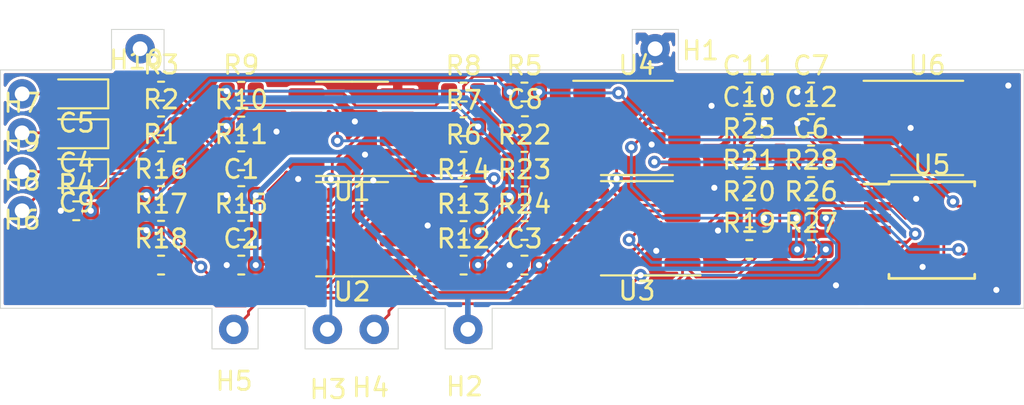
<source format=kicad_pcb>
(kicad_pcb (version 20241229) (generator "pcbnew") (generator_version "9.0")
  (layers (0 "F.Cu" signal) (2 "B.Cu" signal) (13 "F.Paste" user) (15 "B.Paste" user) (5 "F.SilkS" user) (7 "B.SilkS" user) (1 "F.Mask" user) (3 "B.Mask" user) (25 "Edge.Cuts" user))
  (net 0 "")
  (net 1 "GND")
  (net 2 "+5V")
  (net 3 "Net-(C4-Pad2)")
  (net 4 "Net-(C4-Pad1)")
  (net 5 "Net-(C5-Pad2)")
  (net 6 "Net-(C5-Pad1)")
  (net 7 "Net-(C9-Pad2)")
  (net 8 "Net-(C9-Pad1)")
  (net 9 "Net-(C10-Pad1)")
  (net 10 "Net-(H4-Pad1)")
  (net 11 "Net-(H5-Pad1)")
  (net 12 "Net-(H6-Pad1)")
  (net 13 "Net-(R1-Pad2)")
  (net 14 "Net-(R24-Pad2)")
  (net 15 "Net-(R5-Pad2)")
  (net 16 "Net-(R15-Pad1)")
  (net 17 "Net-(R6-Pad1)")
  (net 18 "Net-(R10-Pad1)")
  (net 19 "Net-(R12-Pad2)")
  (net 20 "Net-(R10-Pad2)")
  (net 21 "Net-(R12-Pad1)")
  (net 22 "Net-(R15-Pad2)")
  (net 23 "Net-(R19-Pad1)")
  (net 24 "Net-(R23-Pad2)")
  (net 25 "Net-(R28-Pad2)")
  (net 26 "Net-(U4-Pad7)")
  (net 27 "Net-(U4-Pad3)")
  (net 28 "Net-(U4-Pad5)")
  (net 29 "Net-(U6-Pad8)")
  (net 30 "Net-(U6-Pad5)")
  (net 31 "Net-(U6-Pad1)")
  (net 32 "Net-(H10-Pad1)")
  (net 33 "Net-(C12-Pad2)")
  (net 34 "Net-(R26-Pad2)")
  (net 35 "Net-(R27-Pad2)")
  (net 36 "Net-(R21-Pad1)")
  (net 37 "Net-(R8-Pad1)")
  (net 38 "Net-(R14-Pad1)")
  (net 39 "Net-(R11-Pad1)")
  (net 40 "Net-(R18-Pad1)")
  (net 41 "Net-(C8-Pad2)")
  (net 42 "Net-(C8-Pad1)")
  (footprint "Capacitor_SMD:C_0603_1608Metric" (layer "F.Cu") (at 132.0875 100.523332)
    (property "Reference" "C1")
    (property "Value" "0.1uF")
  )
  (footprint "Capacitor_SMD:C_0603_1608Metric" (layer "F.Cu") (at 132.0875 104.3)
    (property "Reference" "C2")
    (property "Value" "0.1uF")
  )
  (footprint "Capacitor_SMD:C_0603_1608Metric" (layer "F.Cu") (at 147.45 104.3)
    (property "Reference" "C3")
    (property "Value" "0.1uF")
  )
  (footprint "Capacitor_Tantalum_SMD:CP_EIA-2012-12_Kemet-R" (layer "F.Cu") (at 123.16 97.166666 180)
    (property "Reference" "C4")
    (property "Value" "47uF/10V")
  )
  (footprint "Capacitor_Tantalum_SMD:CP_EIA-2012-12_Kemet-R" (layer "F.Cu") (at 123.16 95 180)
    (property "Reference" "C5")
    (property "Value" "47uF/10V")
  )
  (footprint "Capacitor_SMD:C_0603_1608Metric" (layer "F.Cu") (at 163 98.32)
    (property "Reference" "C6")
    (property "Value" "0.1uF")
  )
  (footprint "Capacitor_SMD:C_0603_1608Metric" (layer "F.Cu") (at 163 94.9)
    (property "Reference" "C7")
    (property "Value" "0.1uF")
  )
  (footprint "Capacitor_Tantalum_SMD:CP_EIA-2012-12_Kemet-R" (layer "F.Cu") (at 123.16 99.333332 180)
    (property "Reference" "C9")
    (property "Value" "47uF/10V")
  )
  (footprint "Capacitor_SMD:C_0603_1608Metric" (layer "F.Cu") (at 163 96.61)
    (property "Reference" "C12")
    (property "Value" "0.01uF")
  )
  (footprint "colecoRGB:MountingHole_DIP_Pad" (layer "F.Cu") (at 144.2 110.4)
    (property "Reference" "H2")
    (property "Value" "VCC")
  )
  (footprint "colecoRGB:MountingHole_DIP_Pad" (layer "F.Cu") (at 136.8 110.55)
    (property "Reference" "H3")
    (property "Value" "Y")
  )
  (footprint "colecoRGB:MountingHole_DIP_Pad" (layer "F.Cu") (at 139.1 110.45)
    (property "Reference" "H4")
    (property "Value" "B-Y")
  )
  (footprint "colecoRGB:MountingHole_DIP_Pad" (layer "F.Cu") (at 131.7 110.1)
    (property "Reference" "H5")
    (property "Value" "R-Y")
  )
  (footprint "colecoRGB:MountingHole_DIP_Pad" (layer "F.Cu") (at 120.2 101.35)
    (property "Reference" "H6")
    (property "Value" "S")
  )
  (footprint "colecoRGB:MountingHole_DIP_Pad" (layer "F.Cu") (at 120.2 95)
    (property "Reference" "H7")
    (property "Value" "B")
  )
  (footprint "colecoRGB:MountingHole_DIP_Pad" (layer "F.Cu") (at 120.2 99.233332)
    (property "Reference" "H8")
    (property "Value" "G")
  )
  (footprint "colecoRGB:MountingHole_DIP_Pad" (layer "F.Cu") (at 120.2 97.116666)
    (property "Reference" "H9")
    (property "Value" "R")
  )
  (footprint "Resistor_SMD:R_0603_1608Metric" (layer "F.Cu") (at 127.7375 98.63)
    (property "Reference" "R1")
    (property "Value" "75")
  )
  (footprint "Resistor_SMD:R_0603_1608Metric" (layer "F.Cu") (at 127.7375 96.74)
    (property "Reference" "R2")
    (property "Value" "75")
  )
  (footprint "Resistor_SMD:R_0603_1608Metric" (layer "F.Cu") (at 127.7375 94.85)
    (property "Reference" "R3")
    (property "Value" "75")
  )
  (footprint "Resistor_SMD:R_0603_1608Metric" (layer "F.Cu") (at 123.1375 101.35)
    (property "Reference" "R4")
    (property "Value" "82")
  )
  (footprint "Resistor_SMD:R_0603_1608Metric" (layer "F.Cu") (at 147.45 94.9)
    (property "Reference" "R5")
    (property "Value" "680")
  )
  (footprint "Resistor_SMD:R_0603_1608Metric" (layer "F.Cu") (at 144.15 98.66)
    (property "Reference" "R6")
    (property "Value" "1K")
  )
  (footprint "Resistor_SMD:R_0603_1608Metric" (layer "F.Cu") (at 144.15 96.78)
    (property "Reference" "R7")
    (property "Value" "2K")
  )
  (footprint "Resistor_SMD:R_0603_1608Metric" (layer "F.Cu") (at 144.15 94.9)
    (property "Reference" "R8")
    (property "Value" "1.2K")
  )
  (footprint "Resistor_SMD:R_0603_1608Metric" (layer "F.Cu") (at 132.0875 94.858333)
    (property "Reference" "R9")
    (property "Value" "1K")
  )
  (footprint "Resistor_SMD:R_0603_1608Metric" (layer "F.Cu") (at 132.0875 96.746666)
    (property "Reference" "R10")
    (property "Value" "1K")
  )
  (footprint "Resistor_SMD:R_0603_1608Metric" (layer "F.Cu") (at 132.0875 98.634999)
    (property "Reference" "R11")
    (property "Value" "1.2K")
  )
  (footprint "Resistor_SMD:R_0603_1608Metric" (layer "F.Cu") (at 144.15 104.3)
    (property "Reference" "R12")
    (property "Value" "1K")
  )
  (footprint "Resistor_SMD:R_0603_1608Metric" (layer "F.Cu") (at 144.15 102.42)
    (property "Reference" "R13")
    (property "Value" "2K")
  )
  (footprint "Resistor_SMD:R_0603_1608Metric" (layer "F.Cu") (at 144.15 100.54)
    (property "Reference" "R14")
    (property "Value" "6.2K")
  )
  (footprint "Resistor_SMD:R_0603_1608Metric" (layer "F.Cu") (at 132.0875 102.411665)
    (property "Reference" "R15")
    (property "Value" "1K")
  )
  (footprint "Resistor_SMD:R_0603_1608Metric" (layer "F.Cu") (at 127.7375 100.52)
    (property "Reference" "R16")
    (property "Value" "1K")
  )
  (footprint "Resistor_SMD:R_0603_1608Metric" (layer "F.Cu") (at 127.7375 104.3)
    (property "Reference" "R18")
    (property "Value" "9.1K")
  )
  (footprint "Resistor_SMD:R_0603_1608Metric" (layer "F.Cu") (at 147.45 98.66)
    (property "Reference" "R22")
    (property "Value" "1K")
  )
  (footprint "Resistor_SMD:R_0603_1608Metric" (layer "F.Cu") (at 147.45 100.54)
    (property "Reference" "R23")
    (property "Value" "1K")
  )
  (footprint "Resistor_SMD:R_0603_1608Metric" (layer "F.Cu") (at 147.45 102.42)
    (property "Reference" "R24")
    (property "Value" "1K")
  )
  (footprint "Resistor_SMD:R_0603_1608Metric" (layer "F.Cu") (at 163 101.74)
    (property "Reference" "R26")
    (property "Value" "10K")
  )
  (footprint "Resistor_SMD:R_0603_1608Metric" (layer "F.Cu") (at 163 103.45)
    (property "Reference" "R27")
    (property "Value" "10K")
  )
  (footprint "Resistor_SMD:R_0603_1608Metric" (layer "F.Cu") (at 163 100.03)
    (property "Reference" "R28")
    (property "Value" "1K")
  )
  (footprint "Package_SO:SOIC-8_3.9x4.9mm_P1.27mm" (layer "F.Cu") (at 138.1 96.9 180)
    (property "Reference" "U1")
    (property "Value" "XR8052")
  )
  (footprint "Package_SO:SOIC-8_3.9x4.9mm_P1.27mm" (layer "F.Cu") (at 138.1 102.35 180)
    (property "Reference" "U2")
    (property "Value" "XR8052")
  )
  (footprint "Package_SO:SO-8_3.9x4.9mm_P1.27mm" (layer "F.Cu") (at 153.55 96.85)
    (property "Reference" "U4")
    (property "Value" "LM1881")
  )
  (footprint "Package_SO:TSSOP-14_4.4x5mm_P0.65mm" (layer "F.Cu") (at 169.55 102.4)
    (property "Reference" "U5")
    (property "Value" "4066")
  )
  (footprint "Package_SO:SOIC-8_3.9x4.9mm_P1.27mm" (layer "F.Cu") (at 169.3 96.85)
    (property "Reference" "U6")
    (property "Value" "TL081")
  )
  (footprint "Resistor_SMD:R_0603_1608Metric" (layer "F.Cu") (at 127.7375 102.41)
    (property "Reference" "R17")
    (property "Value" "3.6K")
  )
  (footprint "Package_SO:SOIC-8_3.9x4.9mm_P1.27mm" (layer "F.Cu") (at 153.55 102.3 180)
    (property "Reference" "U3")
    (property "Value" "XR8052")
  )
  (footprint "colecoRGB:MountingHole_DIP_Pad" (layer "F.Cu") (at 126.4 92.65)
    (property "Reference" "H10")
    (property "Value" "ALIGN")
  )
  (footprint "colecoRGB:MountingHole_DIP_Pad" (layer "F.Cu") (at 154.54 92.55)
    (property "Reference" "H1")
    (property "Value" "GND")
  )
  (footprint "Resistor_SMD:R_0603_1608Metric" (layer "F.Cu") (at 159.6375 101.74)
    (property "Reference" "R20")
    (property "Value" "2K")
  )
  (footprint "Resistor_SMD:R_0603_1608Metric" (layer "F.Cu") (at 159.6375 100.03)
    (property "Reference" "R21")
    (property "Value" "1K")
  )
  (footprint "Resistor_SMD:R_0603_1608Metric" (layer "F.Cu") (at 159.65 103.45)
    (property "Reference" "R19")
    (property "Value" "1K")
  )
  (footprint "Resistor_SMD:R_0603_1608Metric" (layer "F.Cu") (at 159.6375 98.32)
    (property "Reference" "R25")
    (property "Value" "680k")
  )
  (footprint "Capacitor_SMD:C_0603_1608Metric" (layer "F.Cu") (at 159.6375 96.61)
    (property "Reference" "C10")
    (property "Value" "0.1uF")
  )
  (footprint "Capacitor_SMD:C_0603_1608Metric" (layer "F.Cu") (at 159.65 94.9)
    (property "Reference" "C11")
    (property "Value" "0.1uF")
  )
  (footprint "Capacitor_SMD:C_0603_1608Metric" (layer "F.Cu") (at 147.475 96.725)
    (property "Reference" "C8")
    (property "Value" "0.1uF")
  )
  (gr_line (start 153.3 93.7) (end 127.9 93.7) (stroke (width 0.05)) (layer "Edge.Cuts"))
  (gr_line (start 174.55 93.7) (end 155.8 93.7) (stroke (width 0.05)) (layer "Edge.Cuts"))
  (gr_line (start 133 108.85) (end 133 106.65) (stroke (width 0.05)) (layer "Edge.Cuts"))
  (gr_line (start 155.8 93.7) (end 155.8 91.5) (stroke (width 0.05)) (layer "Edge.Cuts"))
  (gr_line (start 119.025 93.7) (end 119.025 106.65) (stroke (width 0.05)) (layer "Edge.Cuts"))
  (gr_line (start 140.6 108.85) (end 140.6 106.65) (stroke (width 0.05)) (layer "Edge.Cuts"))
  (gr_line (start 135.55 108.85) (end 140.6 108.85) (stroke (width 0.05)) (layer "Edge.Cuts"))
  (gr_line (start 135.55 106.65) (end 135.55 108.85) (stroke (width 0.05)) (layer "Edge.Cuts"))
  (gr_line (start 127.9 91.5) (end 127.9 93.7) (stroke (width 0.05)) (layer "Edge.Cuts"))
  (gr_line (start 143.15 106.65) (end 143.15 108.85) (stroke (width 0.05)) (layer "Edge.Cuts"))
  (gr_line (start 145.7 106.65) (end 174.55 106.65) (stroke (width 0.05)) (layer "Edge.Cuts"))
  (gr_line (start 140.6 106.65) (end 143.15 106.65) (stroke (width 0.05)) (layer "Edge.Cuts"))
  (gr_line (start 125.05 91.5) (end 127.9 91.5) (stroke (width 0.05)) (layer "Edge.Cuts"))
  (gr_line (start 125.05 93.7) (end 119.025 93.7) (stroke (width 0.05)) (layer "Edge.Cuts"))
  (gr_line (start 130.5 108.85) (end 133 108.85) (stroke (width 0.05)) (layer "Edge.Cuts"))
  (gr_line (start 125.05 91.5) (end 125.05 93.7) (stroke (width 0.05)) (layer "Edge.Cuts"))
  (gr_line (start 133 106.65) (end 135.55 106.65) (stroke (width 0.05)) (layer "Edge.Cuts"))
  (gr_line (start 174.55 106.65) (end 174.55 93.7) (stroke (width 0.05)) (layer "Edge.Cuts"))
  (gr_line (start 119.025 106.65) (end 130.5 106.65) (stroke (width 0.05)) (layer "Edge.Cuts"))
  (gr_line (start 145.7 108.85) (end 145.7 106.65) (stroke (width 0.05)) (layer "Edge.Cuts"))
  (gr_line (start 153.3 91.5) (end 153.3 93.7) (stroke (width 0.05)) (layer "Edge.Cuts"))
  (gr_line (start 130.5 106.65) (end 130.5 108.85) (stroke (width 0.05)) (layer "Edge.Cuts"))
  (gr_line (start 155.8 91.5) (end 153.3 91.5) (stroke (width 0.05)) (layer "Edge.Cuts"))
  (gr_line (start 143.15 108.85) (end 145.7 108.85) (stroke (width 0.05)) (layer "Edge.Cuts"))
  (via (at 154.6 103.525) (size 0.6858) (drill 0.3302) (layers "F.Cu" "B.Cu") (net 1))
  (via (at 131.3 100.5) (size 0.6858) (drill 0.3302) (layers "F.Cu" "B.Cu") (net 1))
  (via (at 162.25 96.6) (size 0.6858) (drill 0.3302) (layers "F.Cu" "B.Cu") (net 1))
  (via (at 135.175 99.625) (size 0.6858) (drill 0.3302) (layers "F.Cu" "B.Cu") (net 1))
  (via (at 168.7 100.7) (size 0.6858) (drill 0.3302) (layers "F.Cu" "B.Cu") (net 1))
  (via (at 160.5 94.9) (size 0.6858) (drill 0.3302) (layers "F.Cu" "B.Cu") (net 1))
  (via (at 157.95 102.425) (size 0.6858) (drill 0.3302) (layers "F.Cu" "B.Cu") (net 1))
  (via (at 138.25 96.5) (size 0.6858) (drill 0.3302) (layers "F.Cu" "B.Cu") (net 1))
  (via (at 142.2 102.15) (size 0.6858) (drill 0.3302) (layers "F.Cu" "B.Cu") (net 1))
  (via (at 164.35 105.4) (size 0.6858) (drill 0.3302) (layers "F.Cu" "B.Cu") (net 1))
  (via (at 157.6 95.65) (size 0.6858) (drill 0.3302) (layers "F.Cu" "B.Cu") (net 1))
  (via (at 160.45 96.6) (size 0.6858) (drill 0.3302) (layers "F.Cu" "B.Cu") (net 1))
  (via (at 138.8 98.3) (size 0.6858) (drill 0.3302) (layers "F.Cu" "B.Cu") (net 1))
  (via (at 157.75 100.1) (size 0.6858) (drill 0.3302) (layers "F.Cu" "B.Cu") (net 1))
  (via (at 139.25 99.7) (size 0.6858) (drill 0.3302) (layers "F.Cu" "B.Cu") (net 1))
  (via (at 134 97.05) (size 0.6858) (drill 0.3302) (layers "F.Cu" "B.Cu") (net 1))
  (via (at 131.3 104.3) (size 0.6858) (drill 0.3302) (layers "F.Cu" "B.Cu") (net 1))
  (via (at 173.05 105.65) (size 0.6858) (drill 0.3302) (layers "F.Cu" "B.Cu") (net 1))
  (via (at 169.05 104.4) (size 0.6858) (drill 0.3302) (layers "F.Cu" "B.Cu") (net 1))
  (via (at 122.3 101.35) (size 0.6858) (drill 0.3302) (layers "F.Cu" "B.Cu") (net 1))
  (via (at 168.4 96.85) (size 0.6858) (drill 0.3302) (layers "F.Cu" "B.Cu") (net 1))
  (via (at 154.35 97.75) (size 0.6858) (drill 0.3302) (layers "F.Cu" "B.Cu") (net 1))
  (via (at 146.65 104.3) (size 0.6858) (drill 0.3302) (layers "F.Cu" "B.Cu") (net 1))
  (via (at 173.7 94.55) (size 0.6858) (drill 0.3302) (layers "F.Cu" "B.Cu") (net 1))
  (via (at 162.25 94.9) (size 0.6858) (drill 0.3302) (layers "F.Cu" "B.Cu") (net 1))
  (segment (start 132.875 100.523332) (end 134.199166 99.199166) (width 0.1524) (layer "F.Cu") (net 2))
  (segment (start 148.2375 104.3) (end 150.98 104.3) (width 0.1524) (layer "F.Cu") (net 2))
  (segment (start 156.125 94.945) (end 158.8175 94.945) (width 0.1524) (layer "F.Cu") (net 2))
  (segment (start 159.95 97.475) (end 162.9425 97.475) (width 0.1524) (layer "F.Cu") (net 2))
  (segment (start 157.65 99.2) (end 157.25 99.6) (width 0.1524) (layer "F.Cu") (net 2))
  (segment (start 162.9425 97.475) (end 163.7875 98.32) (width 0.1524) (layer "F.Cu") (net 2))
  (segment (start 164.5425 99.65) (end 170.345822 99.65) (width 0.1524) (layer "F.Cu") (net 2))
  (segment (start 155.15 94.945) (end 152.45 97.645) (width 0.1524) (layer "F.Cu") (net 2))
  (segment (start 159.6 97.825) (end 159.95 97.475) (width 0.1524) (layer "F.Cu") (net 2))
  (segment (start 163.7875 98.895) (end 164.5425 99.65) (width 0.1524) (layer "F.Cu") (net 2))
  (segment (start 165.55 95.6) (end 164.85 94.9) (width 0.1524) (layer "F.Cu") (net 2))
  (segment (start 156.125 94.945) (end 155.15 94.945) (width 0.1524) (layer "F.Cu") (net 2))
  (segment (start 171.145822 100.45) (end 172.5 100.45) (width 0.1524) (layer "F.Cu") (net 2))
  (segment (start 152.45 97.645) (end 152.45 99.6) (width 0.1524) (layer "F.Cu") (net 2))
  (segment (start 171.16 95.6) (end 165.55 95.6) (width 0.1524) (layer "F.Cu") (net 2))
  (segment (start 163.7875 98.32) (end 163.7875 98.895) (width 0.1524) (layer "F.Cu") (net 2))
  (segment (start 159.275 99.2) (end 157.65 99.2) (width 0.1524) (layer "F.Cu") (net 2))
  (segment (start 171.775 96.215) (end 171.16 95.6) (width 0.1524) (layer "F.Cu") (net 2))
  (segment (start 134.199166 99.155834) (end 134.199166 99.199166) (width 0.1524) (layer "F.Cu") (net 2))
  (segment (start 170.345822 99.65) (end 171.145822 100.45) (width 0.1524) (layer "F.Cu") (net 2))
  (segment (start 158.8175 94.945) (end 158.8625 94.9) (width 0.1524) (layer "F.Cu") (net 2))
  (segment (start 159.56611 94.19639) (end 163.08389 94.19639) (width 0.1524) (layer "F.Cu") (net 2))
  (segment (start 135.625 104.255) (end 132.92 104.255) (width 0.1524) (layer "F.Cu") (net 2))
  (segment (start 163.7875 98.32) (end 162.2125 99.895) (width 0.1524) (layer "F.Cu") (net 2))
  (segment (start 135.625 98.805) (end 134.55 98.805) (width 0.1524) (layer "F.Cu") (net 2))
  (segment (start 163.08389 94.19639) (end 163.7875 94.9) (width 0.1524) (layer "F.Cu") (net 2))
  (segment (start 157.25 99.6) (end 152.45 99.6) (width 0.1524) (layer "F.Cu") (net 2))
  (segment (start 150.98 104.3) (end 151.075 104.205) (width 0.1524) (layer "F.Cu") (net 2))
  (segment (start 132.92 104.255) (end 132.875 104.3) (width 0.1524) (layer "F.Cu") (net 2))
  (segment (start 158.8625 94.9) (end 159.56611 94.19639) (width 0.1524) (layer "F.Cu") (net 2))
  (segment (start 134.55 98.805) (end 134.199166 99.155834) (width 0.1524) (layer "F.Cu") (net 2))
  (segment (start 159.275 99.2) (end 159.6 98.875) (width 0.1524) (layer "F.Cu") (net 2))
  (segment (start 164.85 94.9) (end 163.7875 94.9) (width 0.1524) (layer "F.Cu") (net 2))
  (segment (start 162.2125 99.895) (end 162.2125 100.03) (width 0.1524) (layer "F.Cu") (net 2))
  (segment (start 159.6 98.875) (end 159.6 97.825) (width 0.1524) (layer "F.Cu") (net 2))
  (via (at 132.875 100.523332) (size 0.6858) (drill 0.3302) (layers "F.Cu" "B.Cu") (net 2))
  (via (at 152.45 99.6) (size 0.6858) (drill 0.3302) (layers "F.Cu" "B.Cu") (net 2))
  (via (at 132.875 104.3) (size 0.6858) (drill 0.3302) (layers "F.Cu" "B.Cu") (net 2))
  (via (at 148.2375 104.3) (size 0.6858) (drill 0.3302) (layers "F.Cu" "B.Cu") (net 2))
  (segment (start 144.35 106) (end 146.5375 106) (width 0.3048) (layer "B.Cu") (net 2))
  (segment (start 137.8 98.6) (end 134.798332 98.6) (width 0.3048) (layer "B.Cu") (net 2))
  (segment (start 132.875 100.523332) (end 132.875 104.3) (width 0.3048) (layer "B.Cu") (net 2))
  (segment (start 142.8 106) (end 138.4 101.6) (width 0.3048) (layer "B.Cu") (net 2))
  (segment (start 144.38 106.03) (end 144.35 106) (width 0.3048) (layer "B.Cu") (net 2))
  (segment (start 148.2375 104.3) (end 152.45 100.0875) (width 0.3048) (layer "B.Cu") (net 2))
  (segment (start 152.45 100.0875) (end 152.45 99.6) (width 0.3048) (layer "B.Cu") (net 2))
  (segment (start 144.35 106) (end 142.8 106) (width 0.3048) (layer "B.Cu") (net 2))
  (segment (start 138.4 101.6) (end 138.4 99.2) (width 0.3048) (layer "B.Cu") (net 2))
  (segment (start 138.4 99.2) (end 137.8 98.6) (width 0.3048) (layer "B.Cu") (net 2))
  (segment (start 144.38 107.79) (end 144.38 106.03) (width 0.3048) (layer "B.Cu") (net 2))
  (segment (start 134.798332 98.6) (end 132.875 100.523332) (width 0.3048) (layer "B.Cu") (net 2))
  (segment (start 146.5375 106) (end 148.2375 104.3) (width 0.3048) (layer "B.Cu") (net 2))
  (segment (start 122.2225 97.116666) (end 122.2725 97.166666) (width 0.1524) (layer "F.Cu") (net 3))
  (segment (start 120.2 97.116666) (end 122.2225 97.116666) (width 0.1524) (layer "F.Cu") (net 3))
  (segment (start 126.523334 97.166666) (end 126.95 96.74) (width 0.1524) (layer "F.Cu") (net 4))
  (segment (start 124.0475 97.166666) (end 126.523334 97.166666) (width 0.1524) (layer "F.Cu") (net 4))
  (segment (start 120.2 95) (end 122.2725 95) (width 0.1524) (layer "F.Cu") (net 5))
  (segment (start 124.0475 95) (end 126.8 95) (width 0.1524) (layer "F.Cu") (net 6))
  (segment (start 126.8 95) (end 126.95 94.85) (width 0.1524) (layer "F.Cu") (net 6))
  (segment (start 122.1725 99.233332) (end 122.2725 99.333332) (width 0.1524) (layer "F.Cu") (net 7))
  (segment (start 120.2 99.233332) (end 122.1725 99.233332) (width 0.1524) (layer "F.Cu") (net 7))
  (segment (start 124.0475 99.333332) (end 126.246668 99.333332) (width 0.1524) (layer "F.Cu") (net 8))
  (segment (start 126.246668 99.333332) (end 126.95 98.63) (width 0.1524) (layer "F.Cu") (net 8))
  (segment (start 156.125 97.485) (end 157.975 97.485) (width 0.1524) (layer "F.Cu") (net 9))
  (segment (start 158.85 96.61) (end 158.85 98.32) (width 0.1524) (layer "F.Cu") (net 9))
  (segment (start 157.975 97.485) (end 158.85 96.61) (width 0.1524) (layer "F.Cu") (net 9))
  (segment (start 165.50361 106.39639) (end 140.494952 106.39639) (width 0.1524) (layer "F.Cu") (net 10))
  (segment (start 170.8 102.4) (end 172.5 102.4) (width 0.1524) (layer "F.Cu") (net 10))
  (segment (start 170.2 103.95) (end 170.2 103) (width 0.1524) (layer "F.Cu") (net 10))
  (segment (start 172.0774 105.15) (end 166.75 105.15) (width 0.1524) (layer "F.Cu") (net 10))
  (segment (start 166.75 105.15) (end 165.50361 106.39639) (width 0.1524) (layer "F.Cu") (net 10))
  (segment (start 170.2 103) (end 170.8 102.4) (width 0.1524) (layer "F.Cu") (net 10))
  (segment (start 140.494952 106.39639) (end 140.099999 106.791343) (width 0.1524) (layer "F.Cu") (net 10))
  (segment (start 172.5 104.35) (end 170.6 104.35) (width 0.1524) (layer "F.Cu") (net 10))
  (segment (start 140.099999 106.990001) (end 139.3 107.79) (width 0.1524) (layer "F.Cu") (net 10))
  (segment (start 172.5 104.7274) (end 172.0774 105.15) (width 0.1524) (layer "F.Cu") (net 10))
  (segment (start 172.5 104.35) (end 172.5 104.7274) (width 0.1524) (layer "F.Cu") (net 10))
  (segment (start 170.6 104.35) (end 170.2 103.95) (width 0.1524) (layer "F.Cu") (net 10))
  (segment (start 140.099999 106.791343) (end 140.099999 106.990001) (width 0.1524) (layer "F.Cu") (net 10))
  (segment (start 133.199762 106.09158) (end 132.479999 106.811343) (width 0.1524) (layer "F.Cu") (net 11))
  (segment (start 164.75842 106.09158) (end 133.199762 106.09158) (width 0.1524) (layer "F.Cu") (net 11))
  (segment (start 132.479999 106.811343) (end 132.479999 106.990001) (width 0.1524) (layer "F.Cu") (net 11))
  (segment (start 166.6 102.4) (end 165.7226 102.4) (width 0.1524) (layer "F.Cu") (net 11))
  (segment (start 132.479999 106.990001) (end 131.68 107.79) (width 0.1524) (layer "F.Cu") (net 11))
  (segment (start 165.35 105.5) (end 164.75842 106.09158) (width 0.1524) (layer "F.Cu") (net 11))
  (segment (start 165.35 102.7726) (end 165.35 105.5) (width 0.1524) (layer "F.Cu") (net 11))
  (segment (start 165.7226 102.4) (end 165.35 102.7726) (width 0.1524) (layer "F.Cu") (net 11))
  (segment (start 120.999999 100.550001) (end 123.125001 100.550001) (width 0.1524) (layer "F.Cu") (net 12))
  (segment (start 120.2 101.35) (end 120.999999 100.550001) (width 0.1524) (layer "F.Cu") (net 12))
  (segment (start 123.125001 100.550001) (end 123.925 101.35) (width 0.1524) (layer "F.Cu") (net 12))
  (via (at 146.65 94.9) (size 0.6858) (drill 0.3302) (layers "F.Cu" "B.Cu") (net 12))
  (via (at 123.925 101.35) (size 0.6858) (drill 0.3302) (layers "F.Cu" "B.Cu") (net 12))
  (segment (start 123.925 101.35) (end 123.925 100.775) (width 0.1524) (layer "B.Cu") (net 12))
  (segment (start 146.028499 94.278499) (end 146.65 94.9) (width 0.1524) (layer "B.Cu") (net 12))
  (segment (start 130.421501 94.278499) (end 146.028499 94.278499) (width 0.1524) (layer "B.Cu") (net 12))
  (segment (start 123.925 100.775) (end 130.421501 94.278499) (width 0.1524) (layer "B.Cu") (net 12))
  (segment (start 126.95 102.41) (end 127.7 101.66) (width 0.1524) (layer "F.Cu") (net 13))
  (segment (start 137.5 103.6) (end 137.5 104.75) (width 0.1524) (layer "F.Cu") (net 13))
  (segment (start 137.5 104.75) (end 136.76804 105.48196) (width 0.1524) (layer "F.Cu") (net 13))
  (segment (start 127.7 99.455) (end 128.525 98.63) (width 0.1524) (layer "F.Cu") (net 13))
  (segment (start 127.7 101.66) (end 127.7 99.455) (width 0.1524) (layer "F.Cu") (net 13))
  (segment (start 130.98196 105.48196) (end 136.76804 105.48196) (width 0.1524) (layer "F.Cu") (net 13))
  (segment (start 129.9 104.4) (end 130.98196 105.48196) (width 0.1524) (layer "F.Cu") (net 13))
  (segment (start 136.885 102.985) (end 137.5 103.6) (width 0.1524) (layer "F.Cu") (net 13))
  (segment (start 135.625 102.985) (end 136.885 102.985) (width 0.1524) (layer "F.Cu") (net 13))
  (via (at 126.95 102.41) (size 0.6858) (drill 0.3302) (layers "F.Cu" "B.Cu") (net 13))
  (via (at 129.9 104.4) (size 0.6858) (drill 0.3302) (layers "F.Cu" "B.Cu") (net 13))
  (segment (start 127.91 102.41) (end 126.95 102.41) (width 0.1524) (layer "B.Cu") (net 13))
  (segment (start 129.9 104.4) (end 127.91 102.41) (width 0.1524) (layer "B.Cu") (net 13))
  (segment (start 146.15 103.3) (end 145.8 102.95) (width 0.1524) (layer "F.Cu") (net 14))
  (segment (start 147.3575 103.3) (end 146.15 103.3) (width 0.1524) (layer "F.Cu") (net 14))
  (segment (start 129.325 95.65) (end 137 95.65) (width 0.1524) (layer "F.Cu") (net 14))
  (segment (start 148.7525 102.935) (end 148.2375 102.42) (width 0.1524) (layer "F.Cu") (net 14))
  (segment (start 145.8 102.95) (end 145.8 99.6) (width 0.1524) (layer "F.Cu") (net 14))
  (segment (start 148.2375 102.42) (end 147.3575 103.3) (width 0.1524) (layer "F.Cu") (net 14))
  (segment (start 128.525 94.85) (end 129.325 95.65) (width 0.1524) (layer "F.Cu") (net 14))
  (segment (start 137 95.65) (end 137.3 95.95) (width 0.1524) (layer "F.Cu") (net 14))
  (segment (start 137.3 95.95) (end 137.3 97.55) (width 0.1524) (layer "F.Cu") (net 14))
  (segment (start 151.075 102.935) (end 148.7525 102.935) (width 0.1524) (layer "F.Cu") (net 14))
  (via (at 145.8 99.6) (size 0.6858) (drill 0.3302) (layers "F.Cu" "B.Cu") (net 14))
  (via (at 137.3 97.55) (size 0.6858) (drill 0.3302) (layers "F.Cu" "B.Cu") (net 14))
  (segment (start 141.8 99.6) (end 145.8 99.6) (width 0.1524) (layer "B.Cu") (net 14))
  (segment (start 137.3 97.55) (end 139.75 97.55) (width 0.1524) (layer "B.Cu") (net 14))
  (segment (start 139.75 97.55) (end 141.8 99.6) (width 0.1524) (layer "B.Cu") (net 14))
  (segment (start 170.95 101.1) (end 170.7 100.85) (width 0.1524) (layer "F.Cu") (net 15))
  (segment (start 172.5 101.1) (end 170.95 101.1) (width 0.1524) (layer "F.Cu") (net 15))
  (segment (start 152.545 94.945) (end 152.55 94.95) (width 0.1524) (layer "F.Cu") (net 15))
  (segment (start 150.975 94.945) (end 152.545 94.945) (width 0.1524) (layer "F.Cu") (net 15))
  (via (at 148.25 94.9) (size 0.6858) (drill 0.3302) (layers "F.Cu" "B.Cu") (net 15))
  (via (at 152.55 94.95) (size 0.6858) (drill 0.3302) (layers "F.Cu" "B.Cu") (net 15))
  (via (at 170.7 100.85) (size 0.6858) (drill 0.3302) (layers "F.Cu" "B.Cu") (net 15))
  (segment (start 170.7 100.85) (end 167.35 97.5) (width 0.1524) (layer "B.Cu") (net 15))
  (segment (start 148.3 94.95) (end 148.25 94.9) (width 0.1524) (layer "B.Cu") (net 15))
  (segment (start 155.1 97.5) (end 152.55 94.95) (width 0.1524) (layer "B.Cu") (net 15))
  (segment (start 152.55 94.95) (end 148.3 94.95) (width 0.1524) (layer "B.Cu") (net 15))
  (segment (start 167.35 97.5) (end 155.1 97.5) (width 0.1524) (layer "B.Cu") (net 15))
  (segment (start 130.416665 102.411665) (end 131.3 102.411665) (width 0.1524) (layer "F.Cu") (net 16))
  (segment (start 131.3 102.411665) (end 132.211665 101.5) (width 0.1524) (layer "F.Cu") (net 16))
  (segment (start 132.211665 101.5) (end 133.2 101.5) (width 0.1524) (layer "F.Cu") (net 16))
  (segment (start 133.2 101.5) (end 134.255 100.445) (width 0.1524) (layer "F.Cu") (net 16))
  (segment (start 128.525 100.52) (end 130.416665 102.411665) (width 0.1524) (layer "F.Cu") (net 16))
  (segment (start 134.255 100.445) (end 135.625 100.445) (width 0.1524) (layer "F.Cu") (net 16))
  (segment (start 142.2375 97.535) (end 143.3625 98.66) (width 0.1524) (layer "F.Cu") (net 17))
  (segment (start 140.575 97.535) (end 142.2375 97.535) (width 0.1524) (layer "F.Cu") (net 17))
  (segment (start 143.3625 98.66) (end 143.3625 96.78) (width 0.1524) (layer "F.Cu") (net 17))
  (segment (start 145.8 104.725) (end 146.25 105.175) (width 0.1524) (layer "F.Cu") (net 18))
  (segment (start 152.125 105.175) (end 155 102.3) (width 0.1524) (layer "F.Cu") (net 18))
  (segment (start 166.825 96.215) (end 165.265 96.215) (width 0.1524) (layer "F.Cu") (net 18))
  (segment (start 158.582336 100.9) (end 159.6 100.9) (width 0.1524) (layer "F.Cu") (net 18))
  (segment (start 145.8 103.8575) (end 145.8 104.725) (width 0.1524) (layer "F.Cu") (net 18))
  (segment (start 159.6 100.9) (end 160.45 101.75) (width 0.1524) (layer "F.Cu") (net 18))
  (segment (start 165.265 96.215) (end 164.9 95.85) (width 0.1524) (layer "F.Cu") (net 18))
  (segment (start 155 102.3) (end 157.182336 102.3) (width 0.1524) (layer "F.Cu") (net 18))
  (segment (start 164.9 95.85) (end 158.35 95.85) (width 0.1524) (layer "F.Cu") (net 18))
  (segment (start 170.235 97.485) (end 168.965 96.215) (width 0.1524) (layer "F.Cu") (net 18))
  (segment (start 168.965 96.215) (end 166.825 96.215) (width 0.1524) (layer "F.Cu") (net 18))
  (segment (start 144.9375 102.995) (end 145.8 103.8575) (width 0.1524) (layer "F.Cu") (net 18))
  (segment (start 154.3 96.85) (end 153.25 97.9) (width 0.1524) (layer "F.Cu") (net 18))
  (segment (start 158.35 95.85) (end 157.35 96.85) (width 0.1524) (layer "F.Cu") (net 18))
  (segment (start 171.775 97.485) (end 170.235 97.485) (width 0.1524) (layer "F.Cu") (net 18))
  (segment (start 146.25 105.175) (end 152.125 105.175) (width 0.1524) (layer "F.Cu") (net 18))
  (segment (start 157.182336 102.3) (end 158.582336 100.9) (width 0.1524) (layer "F.Cu") (net 18))
  (segment (start 157.35 96.85) (end 154.3 96.85) (width 0.1524) (layer "F.Cu") (net 18))
  (segment (start 144.9375 102.42) (end 144.9375 102.995) (width 0.1524) (layer "F.Cu") (net 18))
  (via (at 162.2 101.75) (size 0.6858) (drill 0.3302) (layers "F.Cu" "B.Cu") (net 18))
  (via (at 144.9375 96.78) (size 0.6858) (drill 0.3302) (layers "F.Cu" "B.Cu") (net 18))
  (via (at 131.3 96.75) (size 0.6858) (drill 0.3302) (layers "F.Cu" "B.Cu") (net 18))
  (via (at 162.25 103.45) (size 0.6858) (drill 0.3302) (layers "F.Cu" "B.Cu") (net 18))
  (via (at 126.95 100.5) (size 0.6858) (drill 0.3302) (layers "F.Cu" "B.Cu") (net 18))
  (via (at 144.95 102.45) (size 0.6858) (drill 0.3302) (layers "F.Cu" "B.Cu") (net 18))
  (via (at 160.45 101.75) (size 0.6858) (drill 0.3302) (layers "F.Cu" "B.Cu") (net 18))
  (via (at 146.65 100.55) (size 0.6858) (drill 0.3302) (layers "F.Cu" "B.Cu") (net 18))
  (via (at 153.25 97.9) (size 0.6858) (drill 0.3302) (layers "F.Cu" "B.Cu") (net 18))
  (segment (start 153.25 100.05) (end 154.95 101.75) (width 0.1524) (layer "B.Cu") (net 18))
  (segment (start 144.9375 96.78) (end 143.9075 95.75) (width 0.1524) (layer "B.Cu") (net 18))
  (segment (start 162.2 101.75) (end 162.2 103.4) (width 0.1524) (layer "B.Cu") (net 18))
  (segment (start 143.9075 95.75) (end 132.3 95.75) (width 0.1524) (layer "B.Cu") (net 18))
  (segment (start 146.65 98.4925) (end 144.9375 96.78) (width 0.1524) (layer "B.Cu") (net 18))
  (segment (start 126.95 100.5) (end 127.55 100.5) (width 0.1524) (layer "B.Cu") (net 18))
  (segment (start 127.55 100.5) (end 132.3 95.75) (width 0.1524) (layer "B.Cu") (net 18))
  (segment (start 146.65 100.75) (end 146.65 98.4925) (width 0.1524) (layer "B.Cu") (net 18))
  (segment (start 153.25 97.9) (end 153.25 100.05) (width 0.1524) (layer "B.Cu") (net 18))
  (segment (start 162.2 103.4) (end 162.25 103.45) (width 0.1524) (layer "B.Cu") (net 18))
  (segment (start 144.95 102.45) (end 146.65 100.75) (width 0.1524) (layer "B.Cu") (net 18))
  (segment (start 154.95 101.75) (end 162.2 101.75) (width 0.1524) (layer "B.Cu") (net 18))
  (segment (start 144.9375 104.3) (end 144.15 103.5125) (width 0.1524) (layer "F.Cu") (net 19))
  (segment (start 141.47 105.15) (end 144.0875 105.15) (width 0.1524) (layer "F.Cu") (net 19))
  (segment (start 144.15 103.5125) (end 144.15 101.3275) (width 0.1524) (layer "F.Cu") (net 19))
  (segment (start 144.15 101.3275) (end 144.9375 100.54) (width 0.1524) (layer "F.Cu") (net 19))
  (segment (start 140.575 104.255) (end 141.47 105.15) (width 0.1524) (layer "F.Cu") (net 19))
  (segment (start 144.0875 105.15) (end 144.9375 104.3) (width 0.1524) (layer "F.Cu") (net 19))
  (via (at 144.9375 104.3) (size 0.6858) (drill 0.3302) (layers "F.Cu" "B.Cu") (net 19))
  (via (at 131.3 94.85) (size 0.6858) (drill 0.3302) (layers "F.Cu" "B.Cu") (net 19))
  (segment (start 147.5 101.7375) (end 144.9375 104.3) (width 0.1524) (layer "B.Cu") (net 19))
  (segment (start 144.45 94.85) (end 147.5 97.9) (width 0.1524) (layer "B.Cu") (net 19))
  (segment (start 147.5 97.9) (end 147.5 101.7375) (width 0.1524) (layer "B.Cu") (net 19))
  (segment (start 131.3 94.85) (end 144.45 94.85) (width 0.1524) (layer "B.Cu") (net 19))
  (segment (start 132.875 96.746666) (end 133.356666 96.265) (width 0.1524) (layer "F.Cu") (net 20))
  (segment (start 133.356666 96.265) (end 135.625 96.265) (width 0.1524) (layer "F.Cu") (net 20))
  (segment (start 132.875 98.634999) (end 132.875 96.746666) (width 0.1524) (layer "F.Cu") (net 20))
  (segment (start 142.0475 102.985) (end 140.575 102.985) (width 0.1524) (layer "F.Cu") (net 21))
  (segment (start 143.3625 102.42) (end 143.3625 104.3) (width 0.1524) (layer "F.Cu") (net 21))
  (segment (start 143.3625 104.3) (end 142.0475 102.985) (width 0.1524) (layer "F.Cu") (net 21))
  (segment (start 143.9975 99.6) (end 142.65 99.6) (width 0.1524) (layer "F.Cu") (net 22))
  (segment (start 140.575 98.805) (end 139.245 98.805) (width 0.1524) (layer "F.Cu") (net 22))
  (segment (start 134.186665 101.1) (end 132.875 102.411665) (width 0.1524) (layer "F.Cu") (net 22))
  (segment (start 142.65 99.6) (end 141.855 98.805) (width 0.1524) (layer "F.Cu") (net 22))
  (segment (start 139.245 98.805) (end 136.95 101.1) (width 0.1524) (layer "F.Cu") (net 22))
  (segment (start 144.9375 98.66) (end 143.9975 99.6) (width 0.1524) (layer "F.Cu") (net 22))
  (segment (start 144.15 97.8725) (end 144.9375 98.66) (width 0.1524) (layer "F.Cu") (net 22))
  (segment (start 141.855 98.805) (end 140.575 98.805) (width 0.1524) (layer "F.Cu") (net 22))
  (segment (start 144.9375 95.475) (end 144.15 96.2625) (width 0.1524) (layer "F.Cu") (net 22))
  (segment (start 144.15 96.2625) (end 144.15 97.8725) (width 0.1524) (layer "F.Cu") (net 22))
  (segment (start 144.9375 94.9) (end 144.9375 95.475) (width 0.1524) (layer "F.Cu") (net 22))
  (segment (start 144.9375 98.66) (end 146.6625 98.66) (width 0.1524) (layer "F.Cu") (net 22))
  (segment (start 136.95 101.1) (end 134.186665 101.1) (width 0.1524) (layer "F.Cu") (net 22))
  (segment (start 158.15 103.45) (end 158.8625 103.45) (width 0.1524) (layer "F.Cu") (net 23))
  (segment (start 158.8625 101.7525) (end 158.85 101.74) (width 0.1524) (layer "F.Cu") (net 23))
  (segment (start 157.635 102.935) (end 158.15 103.45) (width 0.1524) (layer "F.Cu") (net 23))
  (segment (start 156.025 102.935) (end 157.635 102.935) (width 0.1524) (layer "F.Cu") (net 23))
  (segment (start 158.8625 103.45) (end 158.8625 101.7525) (width 0.1524) (layer "F.Cu") (net 23))
  (segment (start 149.3625 101.665) (end 151.075 101.665) (width 0.1524) (layer "F.Cu") (net 24))
  (segment (start 148.2375 100.54) (end 149.3625 101.665) (width 0.1524) (layer "F.Cu") (net 24))
  (segment (start 148.2375 100.845) (end 148.2375 100.54) (width 0.1524) (layer "F.Cu") (net 24))
  (segment (start 146.6625 102.42) (end 148.2375 100.845) (width 0.1524) (layer "F.Cu") (net 24))
  (segment (start 166.6 101.1) (end 167.4774 101.1) (width 0.1524) (layer "F.Cu") (net 25))
  (segment (start 168.1274 101.75) (end 172.5 101.75) (width 0.1524) (layer "F.Cu") (net 25))
  (segment (start 167.4774 101.1) (end 168.1274 101.75) (width 0.1524) (layer "F.Cu") (net 25))
  (segment (start 164.8575 101.1) (end 166.6 101.1) (width 0.1524) (layer "F.Cu") (net 25))
  (segment (start 163.7875 100.03) (end 164.8575 101.1) (width 0.1524) (layer "F.Cu") (net 25))
  (segment (start 166.6 103.05) (end 168.2 103.05) (width 0.1524) (layer "F.Cu") (net 28))
  (segment (start 154.555 98.755) (end 154.5 98.7) (width 0.1524) (layer "F.Cu") (net 28))
  (segment (start 168.2 103.05) (end 168.65 102.6) (width 0.1524) (layer "F.Cu") (net 28))
  (segment (start 156.125 98.755) (end 154.555 98.755) (width 0.1524) (layer "F.Cu") (net 28))
  (segment (start 166.6 103.7) (end 167.55 103.7) (width 0.1524) (layer "F.Cu") (net 28))
  (segment (start 167.55 103.7) (end 168.65 102.6) (width 0.1524) (layer "F.Cu") (net 28))
  (via (at 168.65 102.6) (size 0.6858) (drill 0.3302) (layers "F.Cu" "B.Cu") (net 28))
  (via (at 154.5 98.7) (size 0.6858) (drill 0.3302) (layers "F.Cu" "B.Cu") (net 28))
  (segment (start 164.75 98.7) (end 154.5 98.7) (width 0.1524) (layer "B.Cu") (net 28))
  (segment (start 168.65 102.6) (end 164.75 98.7) (width 0.1524) (layer "B.Cu") (net 28))
  (segment (start 163.7875 96.61) (end 164.6625 97.485) (width 0.1524) (layer "F.Cu") (net 33))
  (segment (start 173.55 102.8774) (end 173.55 98.8) (width 0.1524) (layer "F.Cu") (net 33))
  (segment (start 164.6625 97.485) (end 166.825 97.485) (width 0.1524) (layer "F.Cu") (net 33))
  (segment (start 173.55 98.8) (end 172.9 98.15) (width 0.1524) (layer "F.Cu") (net 33))
  (segment (start 173.3774 103.05) (end 173.55 102.8774) (width 0.1524) (layer "F.Cu") (net 33))
  (segment (start 168.435 97.485) (end 166.825 97.485) (width 0.1524) (layer "F.Cu") (net 33))
  (segment (start 169.1 98.15) (end 168.435 97.485) (width 0.1524) (layer "F.Cu") (net 33))
  (segment (start 172.5 103.05) (end 173.3774 103.05) (width 0.1524) (layer "F.Cu") (net 33))
  (segment (start 172.9 98.15) (end 169.1 98.15) (width 0.1524) (layer "F.Cu") (net 33))
  (segment (start 153.11804 105.48196) (end 153.75 104.85) (width 0.1524) (layer "F.Cu") (net 34))
  (segment (start 166.59 101.74) (end 166.6 101.75) (width 0.1524) (layer "F.Cu") (net 34))
  (segment (start 163.7875 101.74) (end 166.59 101.74) (width 0.1524) (layer "F.Cu") (net 34))
  (segment (start 139.33196 105.48196) (end 151.61804 105.48196) (width 0.1524) (layer "F.Cu") (net 34))
  (segment (start 140.575 101.715) (end 139.085 101.715) (width 0.1524) (layer "F.Cu") (net 34))
  (segment (start 139.085 101.715) (end 138.35 102.45) (width 0.1524) (layer "F.Cu") (net 34))
  (segment (start 148.85 105.48196) (end 151.61804 105.48196) (width 0.1524) (layer "F.Cu") (net 34))
  (segment (start 138.35 104.5) (end 139.33196 105.48196) (width 0.1524) (layer "F.Cu") (net 34))
  (segment (start 151.61804 105.48196) (end 153.11804 105.48196) (width 0.1524) (layer "F.Cu") (net 34))
  (segment (start 139.2 105.35) (end 139.33196 105.48196) (width 0.1524) (layer "F.Cu") (net 34))
  (segment (start 138.35 102.45) (end 138.35 104.5) (width 0.1524) (layer "F.Cu") (net 34))
  (via (at 153.75 104.85) (size 0.6858) (drill 0.3302) (layers "F.Cu" "B.Cu") (net 34))
  (via (at 163.8 101.75) (size 0.6858) (drill 0.3302) (layers "F.Cu" "B.Cu") (net 34))
  (segment (start 163.8 101.75) (end 163.8 102.604178) (width 0.1524) (layer "B.Cu") (net 34))
  (segment (start 163.4 104.85) (end 153.75 104.85) (width 0.1524) (layer "B.Cu") (net 34))
  (segment (start 164.371501 103.878499) (end 163.4 104.85) (width 0.1524) (layer "B.Cu") (net 34))
  (segment (start 163.8 102.604178) (end 164.371501 103.175679) (width 0.1524) (layer "B.Cu") (net 34))
  (segment (start 164.371501 103.175679) (end 164.371501 103.878499) (width 0.1524) (layer "B.Cu") (net 34))
  (segment (start 171.25 103.7) (end 171 103.45) (width 0.1524) (layer "F.Cu") (net 35))
  (segment (start 154.385 101.665) (end 156.025 101.665) (width 0.1524) (layer "F.Cu") (net 35))
  (segment (start 153.125 102.925) (end 154.385 101.665) (width 0.1524) (layer "F.Cu") (net 35))
  (segment (start 172.5 103.7) (end 171.25 103.7) (width 0.1524) (layer "F.Cu") (net 35))
  (segment (start 156.025 101.665) (end 154.56 101.665) (width 0.1524) (layer "F.Cu") (net 35))
  (via (at 153.125 102.925) (size 0.6858) (drill 0.3302) (layers "F.Cu" "B.Cu") (net 35))
  (via (at 171 103.45) (size 0.6858) (drill 0.3302) (layers "F.Cu" "B.Cu") (net 35))
  (via (at 163.8 103.45) (size 0.6858) (drill 0.3302) (layers "F.Cu" "B.Cu") (net 35))
  (segment (start 163.1 104.15) (end 154.35 104.15) (width 0.1524) (layer "B.Cu") (net 35))
  (segment (start 163.8 103.45) (end 163.1 104.15) (width 0.1524) (layer "B.Cu") (net 35))
  (segment (start 163.8 103.45) (end 163.2 102.85) (width 0.1524) (layer "B.Cu") (net 35))
  (segment (start 165.95 101.075) (end 165.9625 101.0625) (width 0.1524) (layer "B.Cu") (net 35))
  (segment (start 168.35 103.45) (end 171 103.45) (width 0.1524) (layer "B.Cu") (net 35))
  (segment (start 163.525 101.075) (end 165.95 101.075) (width 0.1524) (layer "B.Cu") (net 35))
  (segment (start 163.2 101.4) (end 163.525 101.075) (width 0.1524) (layer "B.Cu") (net 35))
  (segment (start 165.9625 101.0625) (end 168.35 103.45) (width 0.1524) (layer "B.Cu") (net 35))
  (segment (start 154.35 104.15) (end 153.125 102.925) (width 0.1524) (layer "B.Cu") (net 35))
  (segment (start 163.2 102.85) (end 163.2 101.4) (width 0.1524) (layer "B.Cu") (net 35))
  (segment (start 151.075 100.395) (end 149.895 100.395) (width 0.1524) (layer "F.Cu") (net 36))
  (segment (start 149.895 100.3175) (end 148.2375 98.66) (width 0.1524) (layer "F.Cu") (net 36))
  (segment (start 157.83 101.05) (end 158.85 100.03) (width 0.1524) (layer "F.Cu") (net 36))
  (segment (start 152.295 100.395) (end 152.95 101.05) (width 0.1524) (layer "F.Cu") (net 36))
  (segment (start 149.895 100.395) (end 149.895 100.3175) (width 0.1524) (layer "F.Cu") (net 36))
  (segment (start 152.95 101.05) (end 157.83 101.05) (width 0.1524) (layer "F.Cu") (net 36))
  (segment (start 151.075 100.395) (end 152.295 100.395) (width 0.1524) (layer "F.Cu") (net 36))
  (segment (start 132.875 94.858333) (end 135.488333 94.858333) (width 0.1524) (layer "F.Cu") (net 37))
  (segment (start 137.645 94.995) (end 138.3 95.65) (width 0.1524) (layer "F.Cu") (net 37))
  (segment (start 135.625 94.995) (end 137.645 94.995) (width 0.1524) (layer "F.Cu") (net 37))
  (segment (start 142.6125 95.65) (end 143.3625 94.9) (width 0.1524) (layer "F.Cu") (net 37))
  (segment (start 135.488333 94.858333) (end 135.625 94.995) (width 0.1524) (layer "F.Cu") (net 37))
  (segment (start 138.3 95.65) (end 142.6125 95.65) (width 0.1524) (layer "F.Cu") (net 37))
  (segment (start 137.585 101.715) (end 138.2 101.1) (width 0.1524) (layer "F.Cu") (net 38))
  (segment (start 129.515 103.4) (end 128.525 102.41) (width 0.1524) (layer "F.Cu") (net 38))
  (segment (start 135.625 101.715) (end 137.585 101.715) (width 0.1524) (layer "F.Cu") (net 38))
  (segment (start 138.2 101.1) (end 142.8025 101.1) (width 0.1524) (layer "F.Cu") (net 38))
  (segment (start 128.525 104.3) (end 128.525 102.41) (width 0.1524) (layer "F.Cu") (net 38))
  (segment (start 134.485 102.015) (end 133.1 103.4) (width 0.1524) (layer "F.Cu") (net 38))
  (segment (start 142.8025 101.1) (end 143.3625 100.54) (width 0.1524) (layer "F.Cu") (net 38))
  (segment (start 133.1 103.4) (end 129.515 103.4) (width 0.1524) (layer "F.Cu") (net 38))
  (segment (start 135.625 101.715) (end 134.485 101.715) (width 0.1524) (layer "F.Cu") (net 38))
  (segment (start 134.485 101.715) (end 134.485 102.015) (width 0.1524) (layer "F.Cu") (net 38))
  (segment (start 134.415 97.535) (end 133.75 98.2) (width 0.1524) (layer "F.Cu") (net 39))
  (segment (start 132.265001 99.6) (end 131.3 98.634999) (width 0.1524) (layer "F.Cu") (net 39))
  (segment (start 133.15 99.6) (end 132.265001 99.6) (width 0.1524) (layer "F.Cu") (net 39))
  (segment (start 129.405001 96.74) (end 131.3 98.634999) (width 0.1524) (layer "F.Cu") (net 39))
  (segment (start 133.75 99) (end 133.15 99.6) (width 0.1524) (layer "F.Cu") (net 39))
  (segment (start 128.525 96.74) (end 129.405001 96.74) (width 0.1524) (layer "F.Cu") (net 39))
  (segment (start 133.75 98.2) (end 133.75 99) (width 0.1524) (layer "F.Cu") (net 39))
  (segment (start 135.625 97.535) (end 134.415 97.535) (width 0.1524) (layer "F.Cu") (net 39))
  (segment (start 156.025 104.875) (end 155.11323 105.78677) (width 0.1524) (layer "F.Cu") (net 40))
  (segment (start 128.43677 105.78677) (end 126.95 104.3) (width 0.1524) (layer "F.Cu") (net 40))
  (segment (start 161.3 100.905) (end 160.425 100.03) (width 0.1524) (layer "F.Cu") (net 40))
  (segment (start 155.11323 105.78677) (end 128.43677 105.78677) (width 0.1524) (layer "F.Cu") (net 40))
  (segment (start 161.3 102.5875) (end 161.3 100.905) (width 0.1524) (layer "F.Cu") (net 40))
  (segment (start 156.025 104.205) (end 156.025 104.875) (width 0.1524) (layer "F.Cu") (net 40))
  (segment (start 158.9375 104.95) (end 160.4375 103.45) (width 0.1524) (layer "F.Cu") (net 40))
  (segment (start 160.4375 103.45) (end 161.3 102.5875) (width 0.1524) (layer "F.Cu") (net 40))
  (segment (start 156.025 104.205) (end 156.77 104.95) (width 0.1524) (layer "F.Cu") (net 40))
  (segment (start 156.77 104.95) (end 158.9375 104.95) (width 0.1524) (layer "F.Cu") (net 40))
  (segment (start 150.975 96.215) (end 148.7725 96.215) (width 0.1524) (layer "F.Cu") (net 41))
  (segment (start 148.7725 96.215) (end 148.2625 96.725) (width 0.1524) (layer "F.Cu") (net 41))
  (segment (start 148.32 96.78) (end 148.35 96.75) (width 0.1524) (layer "F.Cu") (net 41))
  (segment (start 144.679836 94.05) (end 145.6 94.05) (width 0.1524) (layer "F.Cu") (net 42))
  (segment (start 137.4 98.365) (end 137.025 98.74) (width 0.1524) (layer "F.Cu") (net 42))
  (segment (start 137.025 98.74) (end 137.025 99.55) (width 0.1524) (layer "F.Cu") (net 42))
  (segment (start 144.15 94.579836) (end 144.679836 94.05) (width 0.1524) (layer "F.Cu") (net 42))
  (segment (start 145.875 94.325) (end 145.875 95.9125) (width 0.1524) (layer "F.Cu") (net 42))
  (segment (start 140.575 96.265) (end 141.65 96.265) (width 0.1524) (layer "F.Cu") (net 42))
  (segment (start 144.15 95.4) (end 144.15 94.579836) (width 0.1524) (layer "F.Cu") (net 42))
  (segment (start 145.875 95.9125) (end 146.6875 96.725) (width 0.1524) (layer "F.Cu") (net 42))
  (segment (start 139.5 96.265) (end 137.4 98.365) (width 0.1524) (layer "F.Cu") (net 42))
  (segment (start 141.65 96.265) (end 141.83861 96.07639) (width 0.1524) (layer "F.Cu") (net 42))
  (segment (start 145.6 94.05) (end 145.875 94.325) (width 0.1524) (layer "F.Cu") (net 42))
  (segment (start 137.025 99.55) (end 136.95 99.625) (width 0.1524) (layer "F.Cu") (net 42))
  (segment (start 140.575 96.265) (end 139.5 96.265) (width 0.1524) (layer "F.Cu") (net 42))
  (segment (start 143.47361 96.07639) (end 144.15 95.4) (width 0.1524) (layer "F.Cu") (net 42))
  (segment (start 141.83861 96.07639) (end 143.47361 96.07639) (width 0.1524) (layer "F.Cu") (net 42))
  (via (at 136.95 99.625) (size 0.6858) (drill 0.3302) (layers "F.Cu" "B.Cu") (net 42))
  (segment (start 136.95 107.6) (end 136.76 107.79) (width 0.1524) (layer "B.Cu") (net 42))
  (segment (start 136.95 99.625) (end 136.95 107.6) (width 0.1524) (layer "B.Cu") (net 42))
  (zone (net 1) (net_name "GND") (layer "F.Cu") (connect_pads (clearance 0.1524)) (min_thickness 0.1524) (fill yes (thermal_gap 0.1524) (thermal_bridge_width 0.508))
    (polygon (pts (xy 174.5 93.75) (xy 155.75 93.75) (xy 155.75 91.55) (xy 153.35 91.55) (xy 153.35 93.75) (xy 119.1 93.75) (xy 119.1 106.6) (xy 174.5 106.6)))
  )
  (zone (net 1) (net_name "GND") (layer "B.Cu") (connect_pads (clearance 0.1524)) (min_thickness 0.1524) (fill yes (thermal_gap 0.1524) (thermal_bridge_width 0.508))
    (polygon (pts (xy 174.5 93.735243) (xy 155.75 93.735243) (xy 155.75 91.535243) (xy 153.35 91.535243) (xy 153.35 93.735243) (xy 119.1 93.735243) (xy 119.1 106.585243) (xy 174.5 106.585243)))
  )
)
</source>
